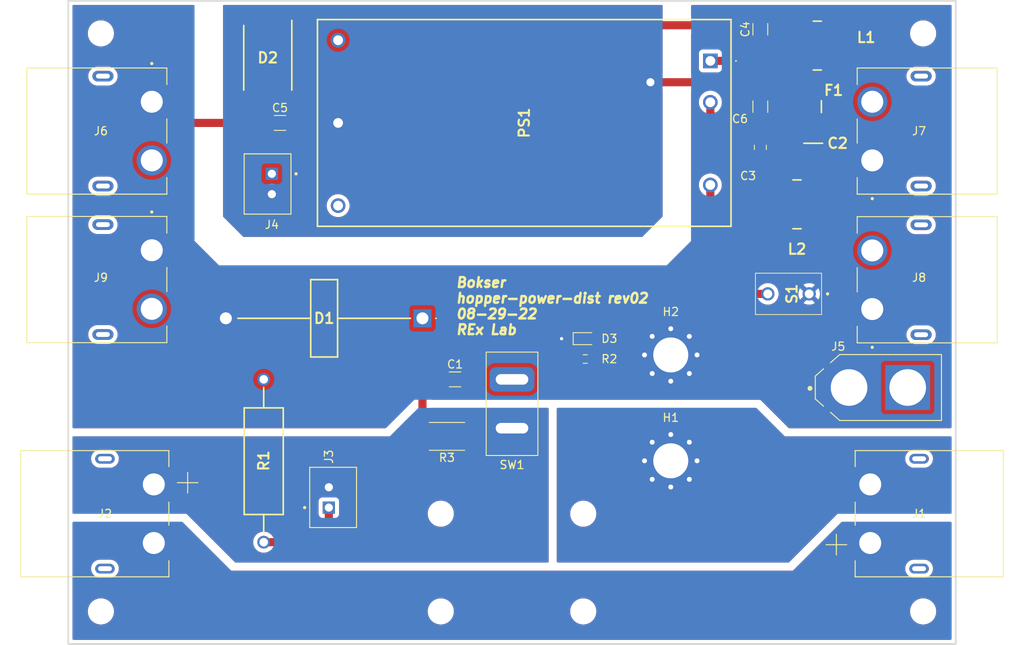
<source format=kicad_pcb>
(kicad_pcb (version 20211014) (generator pcbnew)
  (layers (0 "F.Cu" signal) (31 "B.Cu" signal) (34 "B.Paste" user) (35 "F.Paste" user) (36 "B.SilkS" user "B.Silkscreen") (37 "F.SilkS" user "F.Silkscreen") (38 "B.Mask" user) (39 "F.Mask" user) (44 "Edge.Cuts" user))
  (net 0 "")
  (net 1 "/HS")
  (net 2 "GND")
  (net 3 "Net-(D3-Pad2)")
  (net 4 "Net-(J1-Pad1)")
  (net 5 "Net-(J2-Pad1)")
  (net 6 "Net-(H1-Pad1)")
  (net 7 "Net-(J3-Pad1)")
  (net 14 "Net-(C2-Pad1)")
  (net 17 "Net-(PS1-Pad3)")
  (net 19 "/-12V")
  (net 20 "/+12V")
  (net 21 "Net-(C1-Pad1)")
  (net 22 "Net-(C3-Pad2)")
  (net 23 "Net-(C3-Pad1)")
  (footprint "MountingHole:MountingHole_4.3mm_M4_Pad_Via" (layer "F.Cu") (at 129 106.5)
    (fp_text reference "H2" (at 0 -5.3) (layer "F.SilkS"))
    (fp_text value "C-")
    (pad "1" thru_hole circle (at 0 3.225) (size 0.9 0.9) (drill 0.6) (layers *.Cu *.Mask) (net 2 "GND"))
    (pad "1" thru_hole circle (at 2.280419 2.280419) (size 0.9 0.9) (drill 0.6) (layers *.Cu *.Mask) (net 2 "GND"))
    (pad "1" thru_hole circle (at 2.280419 -2.280419) (size 0.9 0.9) (drill 0.6) (layers *.Cu *.Mask) (net 2 "GND"))
    (pad "1" thru_hole circle (at -3.225 0) (size 0.9 0.9) (drill 0.6) (layers *.Cu *.Mask) (net 2 "GND"))
    (pad "1" thru_hole circle (at -2.280419 2.280419) (size 0.9 0.9) (drill 0.6) (layers *.Cu *.Mask) (net 2 "GND"))
    (pad "1" thru_hole circle (at 0 -3.225) (size 0.9 0.9) (drill 0.6) (layers *.Cu *.Mask) (net 2 "GND"))
    (pad "1" thru_hole circle (at 3.225 0) (size 0.9 0.9) (drill 0.6) (layers *.Cu *.Mask) (net 2 "GND"))
    (pad "1" thru_hole circle (at -2.280419 -2.280419) (size 0.9 0.9) (drill 0.6) (layers *.Cu *.Mask) (net 2 "GND"))
    (pad "1" thru_hole circle (at 0 0) (size 8.6 8.6) (drill 4.3) (layers *.Cu *.Mask) (net 2 "GND"))
  )
  (footprint "MountingHole:MountingHole_2.2mm_M2" (layer "F.Cu") (at 59 67)
    (fp_text reference "REF**" hide)
    (fp_text value "MountingHole_2.2mm_M2")
    (pad "" np_thru_hole circle locked (at 0 0) (size 2.2 2.2) (drill 2.2) (layers *.Cu *.Mask))
  )
  (footprint "XT60PW-F:AMASS_XT60PW-F" (layer "F.Cu") (at 153.75 79 90)
    (fp_text reference "J7" (at 0 5.75 180) (layer "F.SilkS"))
    (fp_text value "XT60PW-F")
    (fp_line (start -7.75 -1.85) (end -5.71 -1.85) (layer "F.SilkS") (width 0.127))
    (fp_line (start 5.71 -1.85) (end 7.75 -1.85) (layer "F.SilkS") (width 0.127))
    (fp_line (start 7.75 15.35) (end -7.75 15.35) (layer "F.SilkS") (width 0.127))
    (fp_line (start -7.75 15.35) (end -7.75 -1.85) (layer "F.SilkS") (width 0.127))
    (fp_line (start -1.49 -1.85) (end 1.49 -1.85) (layer "F.SilkS") (width 0.127))
    (fp_line (start 7.75 -1.85) (end 7.75 15.35) (layer "F.SilkS") (width 0.127))
    (fp_circle (center -8.3 0) (end -8.2 0) (layer "F.SilkS") (width 0.2) (fill none))
    (pad "1" thru_hole circle (at 3.6 0 90) (size 3.716 3.716) (drill 2.7) (layers *.Cu *.Mask) (net 1 "/HS"))
    (pad "2" thru_hole circle (at -3.6 0 90) (size 3.716 3.716) (drill 2.7) (layers *.Cu *.Mask) (net 2 "GND"))
    (pad "S1" thru_hole oval (at -6.75 6 90) (size 1.3 2.6) (drill oval 0.6 1.7) (layers *.Cu *.Mask))
    (pad "S2" thru_hole oval (at 6.75 6 90) (size 1.3 2.6) (drill oval 0.6 1.7) (layers *.Cu *.Mask))
  )
  (footprint "MountingHole:MountingHole_2.2mm_M2" (layer "F.Cu") (at 100.75 138)
    (fp_text reference "REF**" hide)
    (fp_text value "MountingHole_2.2mm_M2")
    (pad "" np_thru_hole circle locked (at 0 0) (size 2.2 2.2) (drill 2.2) (layers *.Cu *.Mask))
  )
  (footprint "XT60PW-F:AMASS_XT60PW-F" (layer "F.Cu") (at 65.25 79 -90)
    (fp_text reference "J6" (at 0 6.25) (layer "F.SilkS"))
    (fp_text value "XT60PW-F")
    (fp_line (start -7.75 -1.85) (end -5.71 -1.85) (layer "F.SilkS") (width 0.127))
    (fp_line (start -1.49 -1.85) (end 1.49 -1.85) (layer "F.SilkS") (width 0.127))
    (fp_line (start 5.71 -1.85) (end 7.75 -1.85) (layer "F.SilkS") (width 0.127))
    (fp_line (start 7.75 15.35) (end -7.75 15.35) (layer "F.SilkS") (width 0.127))
    (fp_line (start -7.75 15.35) (end -7.75 -1.85) (layer "F.SilkS") (width 0.127))
    (fp_line (start 7.75 -1.85) (end 7.75 15.35) (layer "F.SilkS") (width 0.127))
    (fp_circle (center -8.3 0) (end -8.2 0) (layer "F.SilkS") (width 0.2) (fill none))
    (pad "1" thru_hole circle (at 3.6 0 270) (size 3.716 3.716) (drill 2.7) (layers *.Cu *.Mask) (net 1 "/HS"))
    (pad "2" thru_hole circle (at -3.6 0 270) (size 3.716 3.716) (drill 2.7) (layers *.Cu *.Mask) (net 2 "GND"))
    (pad "S1" thru_hole oval (at -6.75 6 270) (size 1.3 2.6) (drill oval 0.6 1.7) (layers *.Cu *.Mask))
    (pad "S2" thru_hole oval (at 6.75 6 270) (size 1.3 2.6) (drill oval 0.6 1.7) (layers *.Cu *.Mask))
  )
  (footprint "MountingHole:MountingHole_2.2mm_M2" (layer "F.Cu") (at 100.75 126)
    (fp_text reference "REF**" hide)
    (fp_text value "MountingHole_2.2mm_M2")
    (pad "" np_thru_hole circle locked (at 0 0) (size 2.2 2.2) (drill 2.2) (layers *.Cu *.Mask))
  )
  (footprint "Capacitor_SMD:C_0805_2012Metric" (layer "F.Cu") (at 140 81 -90)
    (fp_text reference "C3" (at 3.5 1.5 180) (layer "F.SilkS"))
    (fp_text value "4.7μF")
    (fp_line (start -0.261252 -0.735) (end 0.261252 -0.735) (layer "F.SilkS") (width 0.12))
    (fp_line (start -0.261252 0.735) (end 0.261252 0.735) (layer "F.SilkS") (width 0.12))
    (pad "1" smd roundrect (at -0.95 0 270) (size 1 1.45) (layers "F.Cu" "F.Paste" "F.Mask") (net 23 "Net-(C3-Pad1)"))
    (pad "2" smd roundrect (at 0.95 0 270) (size 1 1.45) (layers "F.Cu" "F.Paste" "F.Mask") (net 22 "Net-(C3-Pad2)"))
  )
  (footprint "MountingHole:MountingHole_4.3mm_M4_Pad_Via" (layer "F.Cu") (at 129 119.5)
    (fp_text reference "H1" (at 0 -5.3) (layer "F.SilkS"))
    (fp_text value "B-")
    (pad "1" thru_hole circle (at -2.280419 2.280419) (size 0.9 0.9) (drill 0.6) (layers *.Cu *.Mask) (net 6 "Net-(H1-Pad1)"))
    (pad "1" thru_hole circle (at 0 0) (size 8.6 8.6) (drill 4.3) (layers *.Cu *.Mask) (net 6 "Net-(H1-Pad1)"))
    (pad "1" thru_hole circle (at 0 3.225) (size 0.9 0.9) (drill 0.6) (layers *.Cu *.Mask) (net 6 "Net-(H1-Pad1)"))
    (pad "1" thru_hole circle (at -3.225 0) (size 0.9 0.9) (drill 0.6) (layers *.Cu *.Mask) (net 6 "Net-(H1-Pad1)"))
    (pad "1" thru_hole circle (at 3.225 0) (size 0.9 0.9) (drill 0.6) (layers *.Cu *.Mask) (net 6 "Net-(H1-Pad1)"))
    (pad "1" thru_hole circle (at 2.280419 2.280419) (size 0.9 0.9) (drill 0.6) (layers *.Cu *.Mask) (net 6 "Net-(H1-Pad1)"))
    (pad "1" thru_hole circle (at 0 -3.225) (size 0.9 0.9) (drill 0.6) (layers *.Cu *.Mask) (net 6 "Net-(H1-Pad1)"))
    (pad "1" thru_hole circle (at -2.280419 -2.280419) (size 0.9 0.9) (drill 0.6) (layers *.Cu *.Mask) (net 6 "Net-(H1-Pad1)"))
    (pad "1" thru_hole circle (at 2.280419 -2.280419) (size 0.9 0.9) (drill 0.6) (layers *.Cu *.Mask) (net 6 "Net-(H1-Pad1)"))
  )
  (footprint "Capacitor_SMD:C_1206_3216Metric" (layer "F.Cu") (at 140 66.5 90)
    (fp_text reference "C4" (at 0 -1.85 90) (layer "F.SilkS"))
    (fp_text value "1000pF")
    (fp_line (start -0.711252 -0.91) (end 0.711252 -0.91) (layer "F.SilkS") (width 0.12))
    (fp_line (start -0.711252 0.91) (end 0.711252 0.91) (layer "F.SilkS") (width 0.12))
    (pad "1" smd roundrect (at -1.475 0 90) (size 1.15 1.8) (layers "F.Cu" "F.Paste" "F.Mask") (roundrect_rratio 0.217391) (net 23 "Net-(C3-Pad1)"))
    (pad "2" smd roundrect (at 1.475 0 90) (size 1.15 1.8) (layers "F.Cu" "F.Paste" "F.Mask") (roundrect_rratio 0.217391) (net 20 "/+12V"))
  )
  (footprint "MountingHole:MountingHole_2.2mm_M2" (layer "F.Cu") (at 160 138)
    (fp_text reference "REF**" hide)
    (fp_text value "MountingHole_2.2mm_M2")
    (pad "" np_thru_hole circle locked (at 0 0) (size 2.2 2.2) (drill 2.2) (layers *.Cu *.Mask))
  )
  (footprint "Capacitor_SMD:C_1206_3216Metric" (layer "F.Cu") (at 102.5 109.5)
    (fp_text reference "C1" (at 0 -1.85) (layer "F.SilkS"))
    (fp_text value "0.22μF")
    (fp_line (start -0.711252 -0.91) (end 0.711252 -0.91) (layer "F.SilkS") (width 0.12))
    (fp_line (start -0.711252 0.91) (end 0.711252 0.91) (layer "F.SilkS") (width 0.12))
    (pad "1" smd roundrect (at -1.475 0) (size 1.15 1.8) (layers "F.Cu" "F.Paste" "F.Mask") (roundrect_rratio 0.217391) (net 21 "Net-(C1-Pad1)"))
    (pad "2" smd roundrect (at 1.475 0) (size 1.15 1.8) (layers "F.Cu" "F.Paste" "F.Mask") (roundrect_rratio 0.217391) (net 1 "/HS"))
  )
  (footprint "XT60PW-F:AMASS_XT60PW-M" (layer "F.Cu") (at 159.5 126 -90)
    (fp_text reference "J1" (at 0 0 -180) (layer "F.SilkS") (effects (font (size 1.000441 1.000441))))
    (fp_text value "XT60PW-M")
    (fp_line (start 2.54 10.16) (end 3.81 10.16) (layer "F.SilkS") (width 0.127))
    (fp_line (start 7.75 7.85) (end 5.778 7.85) (layer "F.SilkS") (width 0.127))
    (fp_line (start 5.08 10.16) (end 3.81 10.16) (layer "F.SilkS") (width 0.127))
    (fp_line (start -7.75 7.85) (end -5.778 7.85) (layer "F.SilkS") (width 0.127))
    (fp_line (start 3.81 10.16) (end 3.81 8.89) (layer "F.SilkS") (width 0.127))
    (fp_line (start 7.75 7.85) (end 7.75 -10.35) (layer "F.SilkS") (width 0.127))
    (fp_line (start -7.75 -10.35) (end -7.75 7.85) (layer "F.SilkS") (width 0.127))
    (fp_line (start -1.422 7.85) (end 1.422 7.85) (layer "F.SilkS") (width 0.127))
    (fp_line (start 7.75 -10.35) (end -7.75 -10.35) (layer "F.SilkS") (width 0.127))
    (fp_line (start 3.81 10.16) (end 3.81 11.43) (layer "F.SilkS") (width 0.127))
    (pad "1" thru_hole rect locked (at 3.6 6 270) (size 3.716 3.716) (drill 2.7) (layers *.Cu *.Mask) (net 4 "Net-(J1-Pad1)"))
    (pad "2" thru_hole circle locked (at -3.6 6 270) (size 3.716 3.716) (drill 2.7) (layers *.Cu *.Mask) (net 6 "Net-(H1-Pad1)"))
    (pad "S1" thru_hole oval locked (at 6.75 0 270) (size 1.2 2.4) (drill oval 0.6 1.7) (layers *.Cu *.Mask))
    (pad "S2" thru_hole oval locked (at -6.75 0 270) (size 1.2 2.4) (drill oval 0.6 1.7) (layers *.Cu *.Mask))
  )
  (footprint "SamacSys_Parts:LPS6235123MRC" (layer "F.Cu") (at 144.5 88 180)
    (fp_text reference "L2" (at 0 -5.5) (layer "F.SilkS") (effects (font (size 1.27 1.27) (thickness 0.254))))
    (fp_text value "12μF" hide)
    (fp_line (start -0.5 -3) (end 0.5 -3) (layer "F.SilkS") (width 0.2))
    (fp_line (start -0.5 3) (end 0.5 3) (layer "F.SilkS") (width 0.2))
    (pad "1" smd rect locked (at -2.15 0 180) (size 2.3 6.6) (layers "F.Cu" "F.Paste" "F.Mask") (net 2 "GND"))
    (pad "2" smd rect locked (at 2.15 0 180) (size 2.3 6.6) (layers "F.Cu" "F.Paste" "F.Mask") (net 22 "Net-(C3-Pad2)"))
  )
  (footprint "XT60PW-F:AMASS_XT60PW-F" (layer "F.Cu") (at 65.25 97.2375 -90)
    (fp_text reference "J9" (at -0.2375 6.25) (layer "F.SilkS"))
    (fp_text value "XT60PW-F")
    (fp_line (start -7.75 -1.85) (end -5.71 -1.85) (layer "F.SilkS") (width 0.127))
    (fp_line (start 7.75 -1.85) (end 7.75 15.35) (layer "F.SilkS") (width 0.127))
    (fp_line (start 7.75 15.35) (end -7.75 15.35) (layer "F.SilkS") (width 0.127))
    (fp_line (start 5.71 -1.85) (end 7.75 -1.85) (layer "F.SilkS") (width 0.127))
    (fp_line (start -1.49 -1.85) (end 1.49 -1.85) (layer "F.SilkS") (width 0.127))
    (fp_line (start -7.75 15.35) (end -7.75 -1.85) (layer "F.SilkS") (width 0.127))
    (fp_circle (center -8.3 0) (end -8.2 0) (layer "F.SilkS") (width 0.2) (fill none))
    (pad "1" thru_hole circle (at 3.6 0 270) (size 3.716 3.716) (drill 2.7) (layers *.Cu *.Mask) (net 1 "/HS"))
    (pad "2" thru_hole circle (at -3.6 0 270) (size 3.716 3.716) (drill 2.7) (layers *.Cu *.Mask) (net 2 "GND"))
    (pad "S1" thru_hole oval (at -6.75 6 270) (size 1.3 2.6) (drill oval 0.6 1.7) (layers *.Cu *.Mask))
    (pad "S2" thru_hole oval (at 6.75 6 270) (size 1.3 2.6) (drill oval 0.6 1.7) (layers *.Cu *.Mask))
  )
  (footprint "SamacSys_Parts:2MS6T1B3M2QES" (layer "F.Cu") (at 146 99 90)
    (fp_text reference "S1" (at 0 -2.123 90) (layer "F.SilkS") (effects (font (size 1.27 1.27) (thickness 0.254))))
    (fp_text value "2MS6T1B3M2QES" hide)
    (fp_line (start -2.54 -6.605) (end 2.54 -6.605) (layer "F.SilkS") (width 0.1))
    (fp_line (start -2.54 1.525) (end -2.54 -6.605) (layer "F.SilkS") (width 0.1))
    (fp_line (start 2.54 -6.605) (end 2.54 1.525) (layer "F.SilkS") (width 0.1))
    (fp_line (start 0.1 2.26) (end 0.1 2.26) (layer "F.SilkS") (width 0.2))
    (fp_line (start 2.54 1.525) (end -2.54 1.525) (layer "F.SilkS") (width 0.1))
    (fp_line (start -0.1 2.26) (end -0.1 2.26) (layer "F.SilkS") (width 0.2))
    (fp_arc (start 0.1 2.26) (mid 0 2.36) (end -0.1 2.26) (layer "F.SilkS") (width 0.2))
    (fp_arc (start -0.1 2.26) (mid 0 2.16) (end 0.1 2.26) (layer "F.SilkS") (width 0.2))
    (pad "1" thru_hole circle locked (at 0 0 90) (size 1.635 1.635) (drill 1.09) (layers *.Cu *.Mask) (net 2 "GND"))
    (pad "3" thru_hole circle locked (at 0 -5.08 90) (size 1.635 1.635) (drill 1.09) (layers *.Cu *.Mask) (net 17 "Net-(PS1-Pad3)"))
  )
  (footprint "MountingHole:MountingHole_2.2mm_M2" (layer "F.Cu") (at 118.25 138)
    (fp_text reference "REF" hide)
    (fp_text value "MountingHole_2.2mm_M2")
    (pad "" np_thru_hole circle locked (at 0 0) (size 2.2 2.2) (drill 2.2) (layers *.Cu *.Mask))
  )
  (footprint "SamacSys_Parts:LPS6235123MRC" (layer "F.Cu") (at 147 68.5 180)
    (fp_text reference "L1" (at -6 1) (layer "F.SilkS") (effects (font (size 1.27 1.27) (thickness 0.254))))
    (fp_text value "12μF" hide)
    (fp_line (start -0.5 3) (end 0.5 3) (layer "F.SilkS") (width 0.2))
    (fp_line (start -0.5 -3) (end 0.5 -3) (layer "F.SilkS") (width 0.2))
    (pad "1" smd rect locked (at -2.15 0 180) (size 2.3 6.6) (layers "F.Cu" "F.Paste" "F.Mask") (net 14 "Net-(C2-Pad1)"))
    (pad "2" smd rect locked (at 2.15 0 180) (size 2.3 6.6) (layers "F.Cu" "F.Paste" "F.Mask") (net 23 "Net-(C3-Pad1)"))
  )
  (footprint "XT60PW-F:AMASS_XT60-F" (layer "F.Cu") (at 154.5 110.5)
    (fp_text reference "J5" (at -4.92842 -5.03849) (layer "F.SilkS") (effects (font (size 1.000693 1.000693))))
    (fp_text value "XT60-F")
    (fp_line (start 7.75 -4.05) (end 7.75 4.05) (layer "F.SilkS") (width 0.127))
    (fp_line (start -7.75 1.4) (end -7.75 -1.4) (layer "F.SilkS") (width 0.127))
    (fp_line (start -7.75 1.4) (end -6.73 2.3) (layer "F.SilkS") (width 0.127))
    (fp_line (start 7.75 4.05) (end -4.75 4.05) (layer "F.SilkS") (width 0.127))
    (fp_line (start -4.75 4.05) (end -5.88 3.05) (layer "F.SilkS") (width 0.127))
    (fp_line (start -4.75 -4.05) (end -5.88 -3.05) (layer "F.SilkS") (width 0.127))
    (fp_line (start -4.75 -4.05) (end 7.75 -4.05) (layer "F.SilkS") (width 0.127))
    (fp_line (start -7.75 -1.4) (end -6.73 -2.3) (layer "F.SilkS") (width 0.127))
    (fp_circle (center -8.4 0.1) (end -8.25 0.1) (layer "F.SilkS") (width 0.3) (fill none))
    (pad "1" thru_hole rect (at 3.6 0) (size 5.516 5.516) (drill 4.5) (layers *.Cu *.Mask) (net 1 "/HS"))
    (pad "2" thru_hole circle (at -3.6 0) (size 5.516 5.516) (drill 4.5) (layers *.Cu *.Mask) (net 2 "GND"))
  )
  (footprint "SamacSys_Parts:JTL6048S15" (layer "F.Cu") (at 133.86 70.38 -90)
    (fp_text reference "PS1" (at 7.62 22.86 -90) (layer "F.SilkS") (effects (font (size 1.27 1.27) (thickness 0.254))))
    (fp_text value "JTL6048S15" hide)
    (fp_line (start 20.32 48.26) (end 20.32 -2.54) (layer "F.SilkS") (width 0.2))
    (fp_line (start 0 -3.1) (end 0 -3.1) (layer "F.SilkS") (width 0.1))
    (fp_line (start -5.08 48.26) (end 20.32 48.26) (layer "F.SilkS") (width 0.2))
    (fp_line (start 20.32 -2.54) (end -5.08 -2.54) (layer "F.SilkS") (width 0.2))
    (fp_line (start 0 -3.2) (end 0 -3.2) (layer "F.SilkS") (width 0.1))
    (fp_line (start -5.08 -2.54) (end -5.08 48.26) (layer "F.SilkS") (width 0.2))
    (fp_arc (start 0 -3.2) (mid 0.05 -3.15) (end 0 -3.1) (layer "F.SilkS") (width 0.1))
    (fp_arc (start 0 -3.1) (mid -0.05 -3.15) (end 0 -3.2) (layer "F.SilkS") (width 0.1))
    (pad "1" thru_hole rect locked (at 0 0 270) (size 1.8 1.8) (drill 1.2) (layers *.Cu *.Mask) (net 23 "Net-(C3-Pad1)"))
    (pad "2" thru_hole circle locked (at 5.08 0 270) (size 1.8 1.8) (drill 1.2) (layers *.Cu *.Mask) (net 22 "Net-(C3-Pad2)"))
    (pad "3" thru_hole circle locked (at 15.24 0 270) (size 1.8 1.8) (drill 1.2) (layers *.Cu *.Mask) (net 17 "Net-(PS1-Pad3)"))
    (pad "4" thru_hole circle locked (at -2.54 45.72 270) (size 1.8 1.8) (drill 1.2) (layers *.Cu *.Mask) (net 20 "/+12V"))
    (pad "5" thru_hole circle locked (at 7.62 45.72 270) (size 1.8 1.8) (drill 1.2) (layers *.Cu *.Mask) (net 19 "/-12V"))
    (pad "6" thru_hole circle locked (at 17.78 45.72 270) (size 1.8 1.8) (drill 1.2) (layers *.Cu *.Mask))
  )
  (footprint "MountingHole:MountingHole_2.2mm_M2" (layer "F.Cu") (at 160 67)
    (fp_text reference "REF**" hide)
    (fp_text value "MountingHole_2.2mm_M2")
    (pad "" np_thru_hole circle locked (at 0 0) (size 2.2 2.2) (drill 2.2) (layers *.Cu *.Mask))
  )
  (footprint "SamacSys_Parts:AK3066CY" (layer "F.Cu") (at 98.5 102 180)
    (fp_text reference "D1" (at 12.074 0 180) (layer "F.SilkS") (effects (font (size 1.27 1.27) (thickness 0.254))))
    (fp_text value "AK3-066C-Y" hide)
    (fp_line (start 13.725 -4.75) (end 13.725 4.75) (layer "F.SilkS") (width 0.2))
    (fp_line (start 10.425 -4.75) (end 13.725 -4.75) (layer "F.SilkS") (width 0.2))
    (fp_line (start 13.725 0) (end 22.675 0) (layer "F.SilkS") (width 0.2))
    (fp_line (start 13.725 4.75) (end 10.425 4.75) (layer "F.SilkS") (width 0.2))
    (fp_line (start -1.6 0) (end -1.6 0) (layer "F.SilkS") (width 0.1))
    (fp_line (start 10.425 4.75) (end 10.425 -4.75) (layer "F.SilkS") (width 0.2))
    (fp_line (start -1.7 0) (end -1.7 0) (layer "F.SilkS") (width 0.1))
    (fp_line (start 1.475 0) (end 10.425 0) (layer "F.SilkS") (width 0.2))
    (fp_arc (start -1.7 0) (mid -1.65 -0.05) (end -1.6 0) (layer "F.SilkS") (width 0.1))
    (fp_arc (start -1.6 0) (mid -1.65 0.05) (end -1.7 0) (layer "F.SilkS") (width 0.1))
    (pad "1" thru_hole rect locked (at 0 0 180) (size 2.205 2.205) (drill 1.47) (layers *.Cu *.Mask) (net 1 "/HS"))
    (pad "2" thru_hole circle locked (at 24.15 0 180) (size 2.205 2.205) (drill 1.47) (layers *.Cu *.Mask) (net 2 "GND"))
  )
  (footprint "B2B-XH-A_LF__SN_:JST_B2B-XH-A(LF)(SN)" (layer "F.Cu") (at 80 85.5 90)
    (fp_text reference "J4" (at -5 0 180) (layer "F.SilkS"))
    (fp_text value "B2B-XH-A(LF)(SN)")
    (fp_line (start 3.7 2.35) (end -3.7 2.35) (layer "F.SilkS") (width 0.127))
    (fp_line (start 3.7 -3.4) (end 3.7 2.35) (layer "F.SilkS") (width 0.127))
    (fp_line (start -3.7 2.35) (end -3.7 -3.4) (layer "F.SilkS") (width 0.127))
    (fp_line (start -3.7 -3.4) (end 3.7 -3.4) (layer "F.SilkS") (width 0.127))
    (fp_circle (center 1.25 2.975) (end 1.35 2.975) (layer "F.SilkS") (width 0.2) (fill none))
    (pad "1" thru_hole rect locked (at 1.25 0 90) (size 1.508 1.508) (drill 1) (layers *.Cu *.Mask) (net 20 "/+12V"))
    (pad "2" thru_hole circle locked (at -1.25 0 90) (size 1.508 1.508) (drill 1) (layers *.Cu *.Mask) (net 19 "/-12V"))
  )
  (footprint "MountingHole:MountingHole_2.2mm_M2" (layer "F.Cu") (at 59 138)
    (fp_text reference "REF**" hide)
    (fp_text value "MountingHole_2.2mm_M2")
    (pad "" np_thru_hole circle locked (at 0 0) (size 2.2 2.2) (drill 2.2) (layers *.Cu *.Mask))
  )
  (footprint "Capacitor_SMD:C_1206_3216Metric" (layer "F.Cu") (at 140 76 90)
    (fp_text reference "C6" (at -1.5 -2.5 180) (layer "F.SilkS"))
    (fp_text value "470pF")
    (fp_line (start -0.711252 0.91) (end 0.711252 0.91) (layer "F.SilkS") (width 0.12))
    (fp_line (start -0.711252 -0.91) (end 0.711252 -0.91) (layer "F.SilkS") (width 0.12))
    (pad "1" smd roundrect (at -1.475 0 90) (size 1.15 1.8) (layers "F.Cu" "F.Paste" "F.Mask") (roundrect_rratio 0.217391) (net 23 "Net-(C3-Pad1)"))
    (pad "2" smd roundrect (at 1.475 0 90) (size 1.15 1.8) (layers "F.Cu" "F.Paste" "F.Mask") (roundrect_rratio 0.217391) (net 19 "/-12V"))
  )
  (footprint "SamacSys_Parts:DIOM7959X262N" (layer "F.Cu") (at 79.5 70 -90)
    (fp_text reference "D2" (at 0 0) (layer "F.SilkS") (effects (font (size 1.27 1.27) (thickness 0.254))))
    (fp_text value "SMDJ17A" hide)
    (fp_line (start -3.97 2.952) (end 3.97 2.952) (layer "F.SilkS") (width 0.2))
    (fp_line (start 3.97 -2.952) (end -4.6 -2.952) (layer "F.SilkS") (width 0.2))
    (pad "1" smd rect locked (at -3.5 0 270) (size 2.2 3.15) (layers "F.Cu" "F.Paste" "F.Mask") (net 20 "/+12V"))
    (pad "2" smd rect locked (at 3.5 0 270) (size 2.2 3.15) (layers "F.Cu" "F.Paste" "F.Mask") (net 19 "/-12V"))
  )
  (footprint "MountingHole:MountingHole_2.2mm_M2" (layer "F.Cu") (at 118.25 126)
    (fp_text reference "REF**" hide)
    (fp_text value "MountingHole_2.2mm_M2")
    (pad "" np_thru_hole circle locked (at 0 0) (size 2.2 2.2) (drill 2.2) (layers *.Cu *.Mask))
  )
  (footprint "XT60PW-F:AMASS_XT60PW-M" (layer "F.Cu") (at 59.5 126 90)
    (fp_text reference "J2" (at 0 0 180) (layer "F.SilkS") (effects (font (size 1.000441 1.000441))))
    (fp_text value "XT60PW-M")
    (fp_line (start 5.08 10.16) (end 3.81 10.16) (layer "F.SilkS") (width 0.127))
    (fp_line (start 7.75 7.85) (end 5.778 7.85) (layer "F.SilkS") (width 0.127))
    (fp_line (start 7.75 -10.35) (end -7.75 -10.35) (layer "F.SilkS") (width 0.127))
    (fp_line (start -1.422 7.85) (end 1.422 7.85) (layer "F.SilkS") (width 0.127))
    (fp_line (start 2.54 10.16) (end 3.81 10.16) (layer "F.SilkS") (width 0.127))
    (fp_line (start 3.81 10.16) (end 3.81 11.43) (layer "F.SilkS") (width 0.127))
    (fp_line (start -7.75 7.85) (end -5.778 7.85) (layer "F.SilkS") (width 0.127))
    (fp_line (start 7.75 7.85) (end 7.75 -10.35) (layer "F.SilkS") (width 0.127))
    (fp_line (start 3.81 10.16) (end 3.81 8.89) (layer "F.SilkS") (width 0.127))
    (fp_line (start -7.75 -10.35) (end -7.75 7.85) (layer "F.SilkS") (width 0.127))
    (pad "1" thru_hole rect (at 3.6 6 90) (size 3.716 3.716) (drill 2.7) (layers *.Cu *.Mask) (net 5 "Net-(J2-Pad1)"))
    (pad "2" thru_hole circle (at -3.6 6 90) (size 3.716 3.716) (drill 2.7) (layers *.Cu *.Mask) (net 4 "Net-(J1-Pad1)"))
    (pad "S1" thru_hole oval (at 6.75 0 90) (size 1.2 2.4) (drill oval 0.6 1.7) (layers *.Cu *.Mask))
    (pad "S2" thru_hole oval (at -6.75 0 90) (size 1.2 2.4) (drill oval 0.6 1.7) (layers *.Cu *.Mask))
  )
  (footprint "Capacitor_SMD:C_1206_3216Metric" (layer "F.Cu") (at 81 78)
    (fp_text reference "C5" (at 0 -1.85) (layer "F.SilkS"))
    (fp_text value "1000pF")
    (fp_line (start -0.711252 0.91) (end 0.711252 0.91) (layer "F.SilkS") (width 0.12))
    (fp_line (start -0.711252 -0.91) (end 0.711252 -0.91) (layer "F.SilkS") (width 0.12))
    (pad "1" smd roundrect (at -1.475 0) (size 1.15 1.8) (layers "F.Cu" "F.Paste" "F.Mask") (roundrect_rratio 0.217391) (net 2 "GND"))
    (pad "2" smd roundrect (at 1.475 0) (size 1.15 1.8) (layers "F.Cu" "F.Paste" "F.Mask") (roundrect_rratio 0.217391) (net 19 "/-12V"))
  )
  (footprint "benbokser:FT Power Switch" (layer "F.Cu") (at 109.5 112.5 90)
    (fp_text reference "SW1" (at -7.5 0 unlocked) (layer "F.SilkS"))
    (fp_text value "FT_Power_Switch")
    (fp_rect (start -6.35 -3.175) (end 6.35 3.175) (layer "F.SilkS") (width 0.12) (fill none))
    (pad "1" thru_hole roundrect locked (at -3 0 90) (size 3 5.5) (drill oval 1.3 4) (layers *.Cu *.Mask) (net 5 "Net-(J2-Pad1)"))
    (pad "2" thru_hole roundrect locked (at 3 0 90) (size 3 5.5) (drill oval 1.3 4) (layers *.Cu *.Mask) (net 1 "/HS"))
  )
  (footprint "SamacSys_Parts:CAPC3225X270N" (layer "F.Cu") (at 146.5 80.5 -90)
    (fp_text reference "C2" (at 0 -3 180) (layer "F.SilkS") (effects (font (size 1.27 1.27) (thickness 0.254))))
    (fp_text value "4.7μF" hide)
    (fp_line (start 0 -1.15) (end 0 1.15) (layer "F.SilkS") (width 0.2))
    (pad "1" smd rect locked (at -1.35 0 270) (size 1.22 2.72) (layers "F.Cu" "F.Paste" "F.Mask") (net 14 "Net-(C2-Pad1)"))
    (pad "2" smd rect locked (at 1.35 0 270) (size 1.22 2.72) (layers "F.Cu" "F.Paste" "F.Mask") (net 2 "GND"))
  )
  (footprint "Resistor_SMD:R_0603_1608Metric_Pad0.98x0.95mm_HandSolder" (layer "F.Cu") (at 118.5 107 180)
    (fp_text reference "R2" (at -2.95625 0) (layer "F.SilkS"))
    (fp_text value "22kΩ")
    (fp_line (start -0.254724 -0.5225) (end 0.254724 -0.5225) (layer "F.SilkS") (width 0.12))
    (fp_line (start -0.254724 0.5225) (end 0.254724 0.5225) (layer "F.SilkS") (width 0.12))
    (pad "1" smd roundrect (at -0.9125 0 180) (size 0.975 0.95) (layers "F.Cu" "F.Paste" "F.Mask") (net 3 "Net-(D3-Pad2)"))
    (pad "2" smd roundrect (at 0.9125 0 180) (size 0.975 0.95) (layers "F.Cu" "F.Paste" "F.Mask") (net 1 "/HS"))
  )
  (footprint "Resistor_SMD:R_2512_6332Metric" (layer "F.Cu") (at 101.5 116.5 180)
    (fp_text reference "R3" (at 0 -2.62) (layer "F.SilkS"))
    (fp_text value "290Ω")
    (fp_line (start -2.177064 1.71) (end 2.177064 1.71) (layer "F.SilkS") (width 0.12))
    (fp_line (start -2.177064 -1.71) (end 2.177064 -1.71) (layer "F.SilkS") (width 0.12))
    (pad "1" smd roundrect (at -2.9625 0 180) (size 1.225 3.35) (layers "F.Cu" "F.Paste" "F.Mask") (roundrect_rratio 0.204082) (net 5 "Net-(J2-Pad1)"))
    (pad "2" smd roundrect (at 2.9625 0 180) (size 1.225 3.35) (layers "F.Cu" "F.Paste" "F.Mask") (roundrect_rratio 0.204082) (net 21 "Net-(C1-Pad1)"))
  )
  (footprint "LED_SMD:LED_0603_1608Metric" (layer "F.Cu") (at 118.5 104.5)
    (fp_text reference "D3" (at 2.95625 0) (layer "F.SilkS"))
    (fp_text value "LED")
    (fp_line (start 0.8 -0.735) (end -1.485 -0.735) (layer "F.SilkS") (width 0.12))
    (fp_line (start -1.485 -0.735) (end -1.485 0.735) (layer "F.SilkS") (width 0.12))
    (fp_line (start -1.485 0.735) (end 0.8 0.735) (layer "F.SilkS") (width 0.12))
    (pad "1" smd roundrect (at -0.7875 0) (size 0.875 0.95) (layers "F.Cu" "F.Paste" "F.Mask") (net 2 "GND"))
    (pad "2" smd roundrect (at 0.7875 0) (size 0.875 0.95) (layers "F.Cu" "F.Paste" "F.Mask") (net 3 "Net-(D3-Pad2)"))
  )
  (footprint "benbokser:AC03000003600JAC00" (layer "F.Cu") (at 79 129.5 90)
    (fp_text reference "R1" (at 10 0 90) (layer "F.SilkS") (effects (font (size 1.27 1.27) (thickness 0.254))))
    (fp_text value "360Ω" hide)
    (fp_line (start 3.4 -2.4) (end 16.5 -2.4) (layer "F.SilkS") (width 0.2))
    (fp_line (start 16.5 -2.4) (end 16.5 2.4) (layer "F.SilkS") (width 0.2))
    (fp_line (start 16.6245 0) (end 19 0) (layer "F.SilkS") (width 0.2))
    (fp_line (start 3.4 2.4) (end 3.4 -2.4) (layer "F.SilkS") (width 0.2))
    (fp_line (start 1 0) (end 3.4 0) (layer "F.SilkS") (width 0.2))
    (fp_line (start 16.5 2.4) (end 3.4 2.4) (layer "F.SilkS") (width 0.2))
    (pad "1" thru_hole circle (at 0 0 90) (size 1.575 1.575) (drill 1.05) (layers *.Cu *.Mask) (net 7 "Net-(J3-Pad1)"))
    (pad "2" thru_hole circle (at 20 0 90) (size 1.575 1.575) (drill 1.05) (layers *.Cu *.Mask) (net 1 "/HS"))
  )
  (footprint "XT60PW-F:AMASS_XT60PW-F" (layer "F.Cu") (at 153.75 97.2625 90)
    (fp_text reference "J8" (at 0.2625 5.75 180) (layer "F.SilkS"))
    (fp_text value "XT60PW-F")
    (fp_line (start 7.75 -1.85) (end 7.75 15.35) (layer "F.SilkS") (width 0.127))
    (fp_line (start -7.75 -1.85) (end -5.71 -1.85) (layer "F.SilkS") (width 0.127))
    (fp_line (start -1.49 -1.85) (end 1.49 -1.85) (layer "F.SilkS") (width 0.127))
    (fp_line (start 5.71 -1.85) (end 7.75 -1.85) (layer "F.SilkS") (width 0.127))
    (fp_line (start -7.75 15.35) (end -7.75 -1.85) (layer "F.SilkS") (width 0.127))
    (fp_line (start 7.75 15.35) (end -7.75 15.35) (layer "F.SilkS") (width 0.127))
    (fp_circle (center -8.3 0) (end -8.2 0) (layer "F.SilkS") (width 0.2) (fill none))
    (pad "1" thru_hole circle (at 3.6 0 90) (size 3.716 3.716) (drill 2.7) (layers *.Cu *.Mask) (net 1 "/HS"))
    (pad "2" thru_hole circle (at -3.6 0 90) (size 3.716 3.716) (drill 2.7) (layers *.Cu *.Mask) (net 2 "GND"))
    (pad "S1" thru_hole oval (at -6.75 6 90) (size 1.3 2.6) (drill oval 0.6 1.7) (layers *.Cu *.Mask))
    (pad "S2" thru_hole oval (at 6.75 6 90) (size 1.3 2.6) (drill oval 0.6 1.7) (layers *.Cu *.Mask))
  )
  (footprint "B2B-XH-A_LF__SN_:JST_B2B-XH-A(LF)(SN)" (layer "F.Cu") (at 87 124 -90)
    (fp_text reference "J3" (at -5 0 90) (layer "F.SilkS"))
    (fp_text value "B2B-XH-A(LF)(SN)")
    (fp_line (start 3.7 -3.4) (end 3.7 2.35) (layer "F.SilkS") (width 0.127))
    (fp_line (start -3.7 -3.4) (end 3.7 -3.4) (layer "F.SilkS") (width 0.127))
    (fp_line (start 3.7 2.35) (end -3.7 2.35) (layer "F.SilkS") (width 0.127))
    (fp_line (start -3.7 2.35) (end -3.7 -3.4) (layer "F.SilkS") (width 0.127))
    (fp_circle (center 1.25 2.975) (end 1.35 2.975) (layer "F.SilkS") (width 0.2) (fill none))
    (pad "1" thru_hole rect locked (at 1.25 0 270) (size 1.508 1.508) (drill 1) (layers *.Cu *.Mask) (net 7 "Net-(J3-Pad1)"))
    (pad "2" thru_hole circle locked (at -1.25 0 270) (size 1.508 1.508) (drill 1) (layers *.Cu *.Mask) (net 5 "Net-(J2-Pad1)"))
  )
  (footprint "SamacSys_Parts:FUSC3216X123N" (layer "F.Cu") (at 147.5 76 180)
    (fp_text reference "F1" (at -1.5 2 180) (layer "F.SilkS") (effects (font (size 1.27 1.27) (thickness 0.254))))
    (fp_text value "SF-1206S1000W-2" hide)
    (fp_line (start 0 -0.725) (end 0 0.725) (layer "F.SilkS") (width 0.2))
    (pad "1" smd rect locked (at -1.285 0 180) (size 1.55 1.91) (layers "F.Cu" "F.Paste" "F.Mask") (net 1 "/HS"))
    (pad "2" smd rect locked (at 1.285 0 180) (size 1.55 1.91) (layers "F.Cu" "F.Paste" "F.Mask") (net 14 "Net-(C2-Pad1)"))
  )
  (gr_rect locked (start 55 63) (end 164 142) (layer "Edge.Cuts") (width 0.2) (fill none))
  (gr_text "Bokser\nhopper-power-dist rev02\n08-29-22\nREx Lab\n" (at 102.5 100.5) (layer "F.SilkS") (effects (font (size 1.2 1.2) (thickness 0.3) italic) (justify left)))
  (segment (start 153.15 76) (end 153.75 75.4) (width 0.25) (layer "F.Cu") (net 1))
  (segment (start 153.5 82.5) (end 153.65 82.5) (width 1) (layer "F.Cu") (net 2))
  (segment (start 153.65 82.5) (end 153.75 82.6) (width 1) (layer "F.Cu") (net 2))
  (segment (start 152.85 81.85) (end 153.5 82.5) (width 1) (layer "F.Cu") (net 2))
  (segment (start 146.5 81.85) (end 146.5 87.85) (width 1) (layer "F.Cu") (net 2))
  (segment (start 146.5 87.85) (end 146.65 88) (width 0.25) (layer "F.Cu") (net 2))
  (segment (start 146.5 81.85) (end 152.85 81.85) (width 1) (layer "F.Cu") (net 2))
  (segment (start 67.85 78) (end 65.25 75.4) (width 1) (layer "F.Cu") (net 2))
  (segment (start 115.5875 104.5) (end 117.5125 104.5) (width 0.25) (layer "F.Cu") (net 2))
  (segment (start 79.525 78) (end 67.85 78) (width 1) (layer "F.Cu") (net 2))
  (via (at 115.5875 104.5) (size 0.8) (drill 0.4) (layers "F.Cu" "B.Cu") (net 2))
  (segment (start 119.4125 104.625) (end 119.2875 104.5) (width 0.25) (layer "F.Cu") (net 3))
  (segment (start 119.4125 107) (end 119.4125 104.625) (width 0.25) (layer "F.Cu") (net 3))
  (segment (start 86.65 122.4) (end 65.5 122.4) (width 1) (layer "F.Cu") (net 5))
  (segment (start 87 122.75) (end 86.65 122.4) (width 1) (layer "F.Cu") (net 5))
  (segment (start 153.4 122.5) (end 153.5 122.4) (width 4) (layer "F.Cu") (net 6))
  (segment (start 87 125.25) (end 87 127) (width 1) (layer "F.Cu") (net 7))
  (segment (start 87 127) (end 84.5 129.5) (width 1) (layer "F.Cu") (net 7))
  (segment (start 84.5 129.5) (end 79 129.5) (width 1) (layer "F.Cu") (net 7))
  (segment (start 149.15 72.35) (end 149.15 68.5) (width 1) (layer "F.Cu") (net 14))
  (segment (start 146.215 78.865) (end 146.5 79.15) (width 0.25) (layer "F.Cu") (net 14))
  (segment (start 146.215 75.285) (end 149.15 72.35) (width 1) (layer "F.Cu") (net 14))
  (segment (start 146.215 76) (end 146.215 75.285) (width 1) (layer "F.Cu") (net 14))
  (segment (start 146.215 76) (end 146.215 78.865) (width 1) (layer "F.Cu") (net 14))
  (segment (start 136.5425 99) (end 133.86 96.3175) (width 1) (layer "F.Cu") (net 17))
  (segment (start 140.92 99) (end 136.5425 99) (width 1) (layer "F.Cu") (net 17))
  (segment (start 133.86 96.3175) (end 133.86 85.62) (width 1) (layer "F.Cu") (net 17))
  (segment (start 79.5 75) (end 82.5 78) (width 1) (layer "F.Cu") (net 19))
  (segment (start 140 74.525) (end 138.475 73) (width 1) (layer "F.Cu") (net 19))
  (segment (start 82.5 78) (end 88.14 78) (width 1) (layer "F.Cu") (net 19))
  (segment (start 138.475 73) (end 126.5 73) (width 1) (layer "F.Cu") (net 19))
  (segment (start 79.5 73.5) (end 79.5 75) (width 1) (layer "F.Cu") (net 19))
  (via (at 126.5 73) (size 2) (drill 1) (layers "F.Cu" "B.Cu") (net 19))
  (segment (start 137.5 66) (end 126 66) (width 1) (layer "F.Cu") (net 20))
  (segment (start 140 65.025) (end 138.475 65.025) (width 1) (layer "F.Cu") (net 20))
  (segment (start 138.475 65.025) (end 137.5 66) (width 1) (layer "F.Cu") (net 20))
  (segment (start 124.16 67.84) (end 88.14 67.84) (width 1) (layer "F.Cu") (net 20))
  (segment (start 126 66) (end 124.16 67.84) (width 1) (layer "F.Cu") (net 20))
  (segment (start 98.5375 116.5) (end 98.5 116.4625) (width 1) (layer "F.Cu") (net 21))
  (segment (start 98.5 116.4625) (end 98.5 111.5) (width 1) (layer "F.Cu") (net 21))
  (segment (start 98.5 111.5) (end 100.5 109.5) (width 1) (layer "F.Cu") (net 21))
  (segment (start 100.5 109.5) (end 101.025 109.5) (width 1) (layer "F.Cu") (net 21))
  (segment (start 142.5 84) (end 140.45 81.95) (width 1) (layer "F.Cu") (net 22))
  (segment (start 140.45 81.95) (end 140 81.95) (width 1) (layer "F.Cu") (net 22))
  (segment (start 142.35 88) (end 142.5 87.85) (width 1) (layer "F.Cu") (net 22))
  (segment (start 133.86 76.86) (end 133.86 75.46) (width 1) (layer "F.Cu") (net 22))
  (segment (start 140 81.95) (end 138.95 81.95) (width 1) (layer "F.Cu") (net 22))
  (segment (start 138.95 81.95) (end 133.86 76.86) (width 1) (layer "F.Cu") (net 22))
  (segment (start 142.5 87.85) (end 142.5 84) (width 1) (layer "F.Cu") (net 22))
  (segment (start 141.12 70.38) (end 143 68.5) (width 1) (layer "F.Cu") (net 23))
  (segment (start 140 67.975) (end 140 68) (width 0.25) (layer "F.Cu") (net 23))
  (segment (start 133.86 70.38) (end 141.12 70.38) (width 1) (layer "F.Cu") (net 23))
  (segment (start 140 68) (end 141.5 69.5) (width 1) (layer "F.Cu") (net 23))
  (segment (start 140 77.475) (end 140 80.05) (width 1) (layer "F.Cu") (net 23))
  (segment (start 143 72.85) (end 143 76.5) (width 1) (layer "F.Cu") (net 23))
  (segment (start 142.025 77.475) (end 140 77.475) (width 1) (layer "F.Cu") (net 23))
  (segment (start 143 68.5) (end 145 68.5) (width 1) (layer "F.Cu") (net 23))
  (segment (start 143 76.5) (end 142.025 77.475) (width 1) (layer "F.Cu") (net 23))
  (segment (start 145 70.85) (end 143 72.85) (width 1) (layer "F.Cu") (net 23))
  (segment (start 145 68.5) (end 145 70.85) (width 1) (layer "F.Cu") (net 23))
  (zone (net 4) (net_name "Net-(J1-Pad1)") (layers F&B.Cu) (connect_pads yes (clearance 0.508)) (min_thickness 0.254) (fill yes (thermal_gap 0.508) (thermal_bridge_width 0.6))
    (polygon (pts (xy 75 133) (xy 144 133) (xy 150 127) (xy 164 127) (xy 164 142) (xy 55 142) (xy 55 127) (xy 69 127)))
  )
  (zone (net 5) (net_name "Net-(J2-Pad1)") (layers F&B.Cu) (connect_pads yes (clearance 0.508)) (min_thickness 0.254) (fill yes (thermal_gap 0.508) (thermal_bridge_width 0.6))
    (polygon (pts (xy 114 132) (xy 75.5 132) (xy 69.5 126) (xy 55 126) (xy 55 116.5) (xy 94.5 116.5) (xy 98 113) (xy 114 113)))
  )
  (zone (net 20) (net_name "/+12V") (layer "F.Cu") (connect_pads (clearance 0.508)) (min_thickness 0.254) (fill yes (thermal_gap 0.508) (thermal_bridge_width 0.508))
    (polygon (pts (xy 128 89.5) (xy 125.5 92) (xy 76.5 92) (xy 74 89.5) (xy 74 63) (xy 128 63)))
  )
  (zone (net 1) (net_name "/HS") (layer "F.Cu") (connect_pads (clearance 0.508)) (min_thickness 0.254) (fill yes (thermal_gap 0.508) (thermal_bridge_width 0.6))
    (polygon (pts (xy 70.5 92.5) (xy 73.5 95.5) (xy 128.5 95.5) (xy 131.5 92.5) (xy 131.5 63) (xy 164 63) (xy 163.993115 115.5) (xy 143.5 115.5) (xy 140 112) (xy 97.5 112) (xy 94 115.5) (xy 55 115.5) (xy 55 63) (xy 70.5 63)))
  )
  (zone (net 6) (net_name "Net-(H1-Pad1)") (layers F&B.Cu) (connect_pads yes (clearance 0.508)) (min_thickness 0.254) (fill yes (thermal_gap 0.508) (thermal_bridge_width 0.6))
    (polygon (pts (xy 143 116.5) (xy 164 116.5) (xy 164 126) (xy 149.5 126) (xy 143.5 132) (xy 115 132) (xy 115 113) (xy 139.5 113)))
  )
  (zone (net 19) (net_name "/-12V") (layer "B.Cu") (connect_pads (clearance 0.508)) (min_thickness 0.254) (fill yes (thermal_gap 0.508) (thermal_bridge_width 0.508))
    (polygon (pts (xy 128 89.5) (xy 125.5 92) (xy 76.5 92) (xy 74 89.5) (xy 74 63) (xy 128 63)))
  )
  (zone (net 2) (net_name "GND") (layer "B.Cu") (connect_pads (clearance 0.508)) (min_thickness 0.254) (fill yes (thermal_gap 0.508) (thermal_bridge_width 0.6))
    (polygon (pts (xy 70.5 92.5) (xy 73.5 95.5) (xy 128.5 95.5) (xy 131.5 92.5) (xy 131.5 63) (xy 164 63) (xy 164 115.5) (xy 143.5 115.5) (xy 140 112) (xy 97.5 112) (xy 94 115.5) (xy 55 115.5) (xy 55 63) (xy 70.5 63)))
  )
)
</source>
